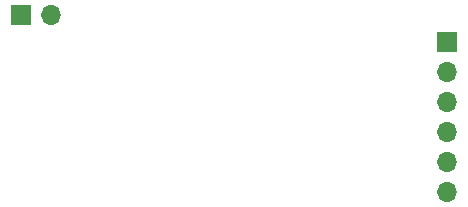
<source format=gbs>
%TF.GenerationSoftware,KiCad,Pcbnew,8.0.3*%
%TF.CreationDate,2024-06-23T18:33:08+02:00*%
%TF.ProjectId,MAX17262-breakout,4d415831-3732-4363-922d-627265616b6f,rev?*%
%TF.SameCoordinates,Original*%
%TF.FileFunction,Soldermask,Bot*%
%TF.FilePolarity,Negative*%
%FSLAX46Y46*%
G04 Gerber Fmt 4.6, Leading zero omitted, Abs format (unit mm)*
G04 Created by KiCad (PCBNEW 8.0.3) date 2024-06-23 18:33:08*
%MOMM*%
%LPD*%
G01*
G04 APERTURE LIST*
%ADD10R,1.700000X1.700000*%
%ADD11O,1.700000X1.700000*%
G04 APERTURE END LIST*
D10*
%TO.C,J4*%
X79960000Y-82000000D03*
D11*
X82500000Y-82000000D03*
%TD*%
D10*
%TO.C,J5*%
X116000000Y-84325000D03*
D11*
X116000000Y-86865000D03*
X116000000Y-89405000D03*
X116000000Y-91945000D03*
X116000000Y-94485000D03*
X116000000Y-97025000D03*
%TD*%
M02*

</source>
